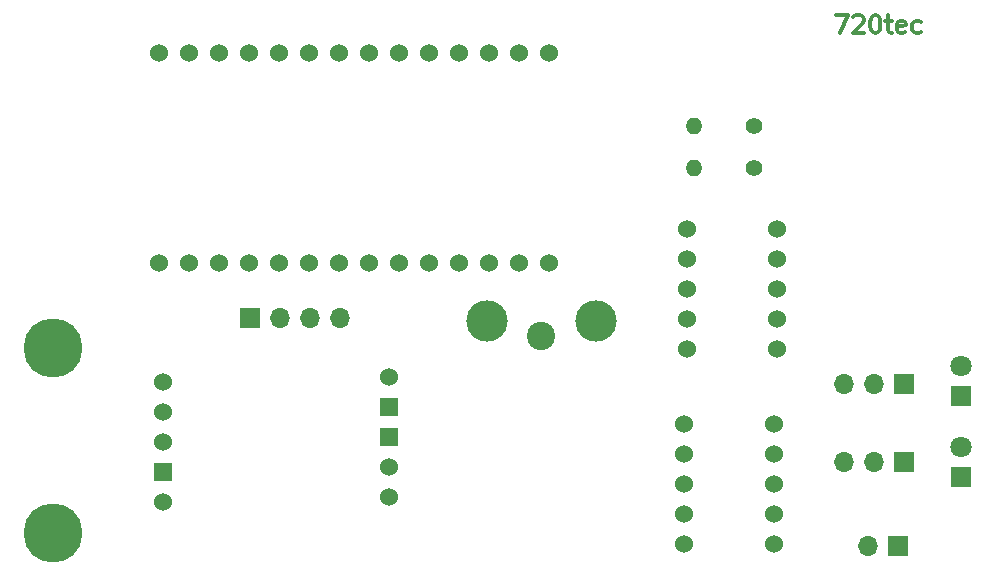
<source format=gbr>
G04 #@! TF.GenerationSoftware,KiCad,Pcbnew,(5.1.4)-1*
G04 #@! TF.CreationDate,2020-04-21T16:32:33+02:00*
G04 #@! TF.ProjectId,Placa_lopy4,506c6163-615f-46c6-9f70-79342e6b6963,rev?*
G04 #@! TF.SameCoordinates,Original*
G04 #@! TF.FileFunction,Soldermask,Top*
G04 #@! TF.FilePolarity,Negative*
%FSLAX46Y46*%
G04 Gerber Fmt 4.6, Leading zero omitted, Abs format (unit mm)*
G04 Created by KiCad (PCBNEW (5.1.4)-1) date 2020-04-21 16:32:33*
%MOMM*%
%LPD*%
G04 APERTURE LIST*
%ADD10C,0.300000*%
%ADD11O,1.700000X1.700000*%
%ADD12R,1.700000X1.700000*%
%ADD13C,1.524000*%
%ADD14C,5.000000*%
%ADD15R,1.524000X1.524000*%
%ADD16O,1.400000X1.400000*%
%ADD17C,1.400000*%
%ADD18C,3.500000*%
%ADD19C,2.400000*%
%ADD20C,1.800000*%
%ADD21R,1.800000X1.800000*%
G04 APERTURE END LIST*
D10*
X170757142Y-101578571D02*
X171757142Y-101578571D01*
X171114285Y-103078571D01*
X172257142Y-101721428D02*
X172328571Y-101650000D01*
X172471428Y-101578571D01*
X172828571Y-101578571D01*
X172971428Y-101650000D01*
X173042857Y-101721428D01*
X173114285Y-101864285D01*
X173114285Y-102007142D01*
X173042857Y-102221428D01*
X172185714Y-103078571D01*
X173114285Y-103078571D01*
X174042857Y-101578571D02*
X174185714Y-101578571D01*
X174328571Y-101650000D01*
X174400000Y-101721428D01*
X174471428Y-101864285D01*
X174542857Y-102150000D01*
X174542857Y-102507142D01*
X174471428Y-102792857D01*
X174400000Y-102935714D01*
X174328571Y-103007142D01*
X174185714Y-103078571D01*
X174042857Y-103078571D01*
X173900000Y-103007142D01*
X173828571Y-102935714D01*
X173757142Y-102792857D01*
X173685714Y-102507142D01*
X173685714Y-102150000D01*
X173757142Y-101864285D01*
X173828571Y-101721428D01*
X173900000Y-101650000D01*
X174042857Y-101578571D01*
X174971428Y-102078571D02*
X175542857Y-102078571D01*
X175185714Y-101578571D02*
X175185714Y-102864285D01*
X175257142Y-103007142D01*
X175400000Y-103078571D01*
X175542857Y-103078571D01*
X176614285Y-103007142D02*
X176471428Y-103078571D01*
X176185714Y-103078571D01*
X176042857Y-103007142D01*
X175971428Y-102864285D01*
X175971428Y-102292857D01*
X176042857Y-102150000D01*
X176185714Y-102078571D01*
X176471428Y-102078571D01*
X176614285Y-102150000D01*
X176685714Y-102292857D01*
X176685714Y-102435714D01*
X175971428Y-102578571D01*
X177971428Y-103007142D02*
X177828571Y-103078571D01*
X177542857Y-103078571D01*
X177400000Y-103007142D01*
X177328571Y-102935714D01*
X177257142Y-102792857D01*
X177257142Y-102364285D01*
X177328571Y-102221428D01*
X177400000Y-102150000D01*
X177542857Y-102078571D01*
X177828571Y-102078571D01*
X177971428Y-102150000D01*
D11*
X128778000Y-127254000D03*
X126238000Y-127254000D03*
X123698000Y-127254000D03*
D12*
X121158000Y-127254000D03*
D13*
X158164000Y-129832000D03*
X158164000Y-127292000D03*
X158164000Y-119672000D03*
X158164000Y-122212000D03*
X158164000Y-124752000D03*
X165784000Y-119672000D03*
X165784000Y-122212000D03*
X165784000Y-129832000D03*
X165784000Y-127292000D03*
X165784000Y-124752000D03*
X113470000Y-122522000D03*
X116010000Y-122522000D03*
X118550000Y-122522000D03*
X121090000Y-122522000D03*
X123630000Y-122522000D03*
X126170000Y-122522000D03*
X128710000Y-122522000D03*
X131250000Y-122522000D03*
X133790000Y-122522000D03*
X136330000Y-122522000D03*
X138870000Y-122522000D03*
X141410000Y-122522000D03*
X143950000Y-122522000D03*
X113470000Y-104742000D03*
X116010000Y-104742000D03*
X118550000Y-104742000D03*
X121090000Y-104742000D03*
X123630000Y-104742000D03*
X126170000Y-104742000D03*
X128710000Y-104742000D03*
X131250000Y-104742000D03*
X133790000Y-104742000D03*
X136330000Y-104742000D03*
X138870000Y-104742000D03*
X141410000Y-104742000D03*
X143950000Y-104742000D03*
X146490000Y-122522000D03*
X146490000Y-104742000D03*
D14*
X104508000Y-145400000D03*
X104508000Y-129800000D03*
D13*
X113808000Y-132620000D03*
X113808000Y-135160000D03*
X113808000Y-142780000D03*
D15*
X113808000Y-140240000D03*
D13*
X113808000Y-137700000D03*
X157910000Y-146342000D03*
X157910000Y-143802000D03*
X157910000Y-136182000D03*
X157910000Y-138722000D03*
X157910000Y-141262000D03*
X165530000Y-136182000D03*
X165530000Y-138722000D03*
X165530000Y-146342000D03*
X165530000Y-143802000D03*
X165530000Y-141262000D03*
X132962000Y-142408000D03*
X132962000Y-139868000D03*
D15*
X132962000Y-137328000D03*
X132962000Y-134788000D03*
D13*
X132962000Y-132248000D03*
D16*
X158750000Y-110998000D03*
D17*
X163830000Y-110998000D03*
D16*
X158750000Y-114554000D03*
D17*
X163830000Y-114554000D03*
D11*
X171450000Y-132842000D03*
X173990000Y-132842000D03*
D12*
X176530000Y-132842000D03*
D11*
X171450000Y-139446000D03*
X173990000Y-139446000D03*
D12*
X176530000Y-139446000D03*
D11*
X173482000Y-146558000D03*
D12*
X176022000Y-146558000D03*
D18*
X150424000Y-127508000D03*
D19*
X145824000Y-128708000D03*
D18*
X141224000Y-127508000D03*
D20*
X181356000Y-131318000D03*
D21*
X181356000Y-133858000D03*
D20*
X181356000Y-138176000D03*
D21*
X181356000Y-140716000D03*
M02*

</source>
